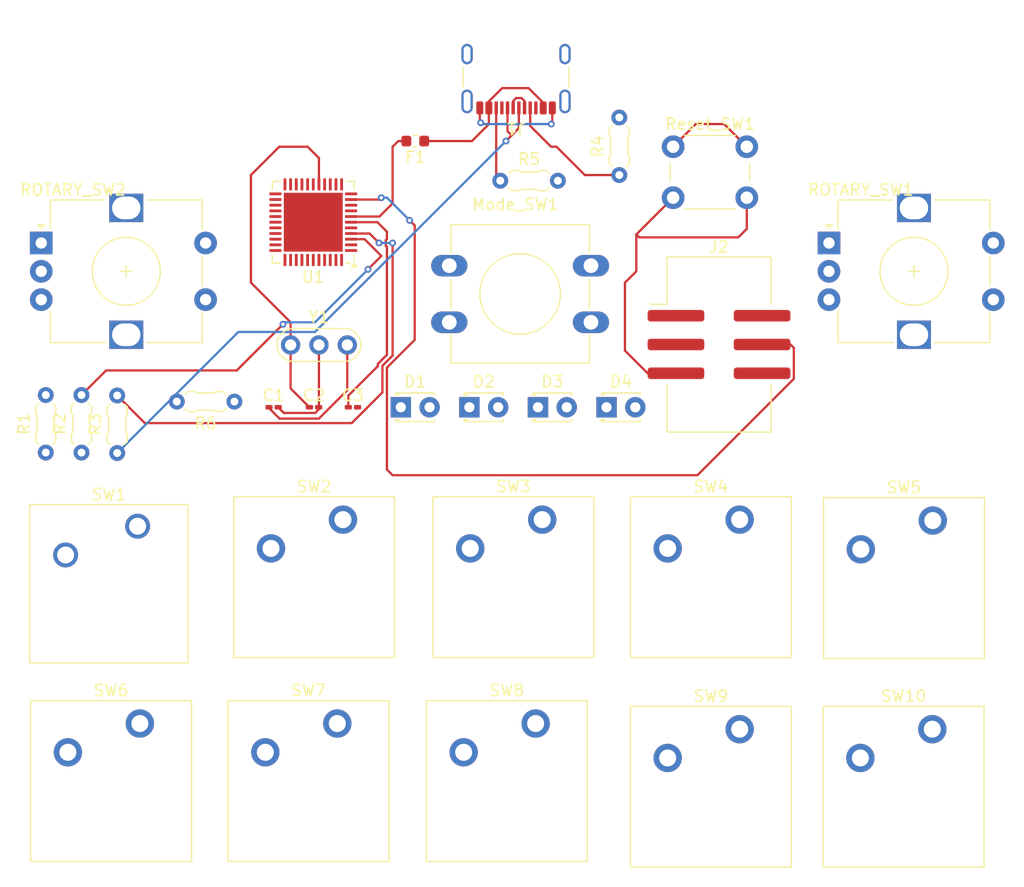
<source format=kicad_pcb>
(kicad_pcb (version 20240108) (generator "pcbnew") (generator_version "8.0")
  (layers (0 "F.Cu" signal) (31 "B.Cu" signal) (34 "B.Paste" user) (35 "F.Paste" user) (36 "B.SilkS" user "B.Silkscreen") (37 "F.SilkS" user "F.Silkscreen") (38 "B.Mask" user) (39 "F.Mask" user) (44 "Edge.Cuts" user))
  (net 0 "")
  (net 1 "Net-(U1-XTAL1)")
  (net 2 "Net-(C1-Pad2)")
  (net 3 "Net-(U1-XTAL2)")
  (net 4 "Net-(U1-UCAP)")
  (net 6 "Net-(U1-VBUS)")
  (net 7 "Net-(F1-Pad1)")
  (net 8 "Net-(J1-CC1)")
  (net 10 "Net-(J1-D--PadA7)")
  (net 12 "Net-(J1-D+-PadA6)")
  (net 13 "Net-(J1-CC2)")
  (net 14 "Net-(J1-GND-PadA1)")
  (net 16 "Net-(J2-SCK)")
  (net 18 "Net-(J2-MISO)")
  (net 20 "Net-(J2-~{RST})")
  (net 21 "Net-(J2-MOSI)")
  (net 23 "Net-(U1-D-)")
  (net 24 "Net-(U1-D+)")
  (net 27 "Net-(U1-~{HWB}{slash}PE2)")
  (net 28 "unconnected-(Reset_SW1-Pad1)")
  (net 46 "Net-(U1-VCC-Pad14)")
  (net 48 "Net-(U1-AVCC-Pad24)")
  (net 53 "Net-(U1-GND-Pad15)")
  (footprint "PCM_Resistor_THT_AKL:R_Axial_DIN0204_L3.6mm_D1.6mm_P5.08mm_Horizontal" (layer "F.Cu") (at 165.5 80.5 90)
    (property "Reference" "R4" (at 2.54 -1.92 90) (layer "F.SilkS"))
    (property "Value" "5k1" (hide yes))
    (pad "1" thru_hole circle (at 0 0 90) (size 1.4 1.4) (drill 0.7) (layers "*.Cu" "*.Mask") (net 8 "Net-(J1-CC1)"))
    (pad "2" thru_hole oval (at 5.08 0 90) (size 1.4 1.4) (drill 0.7) (layers "*.Cu" "*.Mask"))
  )
  (footprint "PCM_Switch_Keyboard_Cherry_MX:SW_Cherry_MX_PCB" (layer "F.Cu") (at 190.58 134.5)
    (property "Reference" "SW10" (at 0 -8 0) (layer "F.SilkS"))
    (property "Value" "SW_Push")
    (pad "" np_thru_hole circle (at -5.08 0) (size 1.75 1.75) (drill 1.75) (layers "*.Cu" "*.Mask"))
    (pad "" np_thru_hole circle (at 0 0) (size 4 4) (drill 4) (layers "*.Cu" "*.Mask"))
    (pad "" np_thru_hole circle (at 5.08 0) (size 1.75 1.75) (drill 1.75) (layers "*.Cu" "*.Mask"))
    (pad "1" thru_hole circle (at -3.81 -2.54) (size 2.5 2.5) (drill 1.5) (layers "*.Cu" "*.Mask"))
    (pad "2" thru_hole circle (at 2.54 -5.08) (size 2.5 2.5) (drill 1.5) (layers "*.Cu" "*.Mask"))
  )
  (footprint "LED_THT:LED_D1.8mm_W3.3mm_H2.4mm" (layer "F.Cu") (at 164.375 101)
    (property "Reference" "D4" (at 1.27 -2.26 0) (layer "F.SilkS"))
    (property "Value" "LED")
    (pad "1" thru_hole rect (at 0 0) (size 1.8 1.8) (drill 0.9) (layers "*.Cu" "*.Mask"))
    (pad "2" thru_hole circle (at 2.54 0) (size 1.8 1.8) (drill 0.9) (layers "*.Cu" "*.Mask"))
  )
  (footprint "PCM_Switch_Keyboard_Cherry_MX:SW_Cherry_MX_PCB" (layer "F.Cu") (at 120.66 134)
    (property "Reference" "SW6" (at 0 -8 0) (layer "F.SilkS"))
    (property "Value" "SW_Push")
    (pad "" np_thru_hole circle (at -5.08 0) (size 1.75 1.75) (drill 1.75) (layers "*.Cu" "*.Mask"))
    (pad "" np_thru_hole circle (at 0 0) (size 4 4) (drill 4) (layers "*.Cu" "*.Mask"))
    (pad "" np_thru_hole circle (at 5.08 0) (size 1.75 1.75) (drill 1.75) (layers "*.Cu" "*.Mask"))
    (pad "1" thru_hole circle (at -3.81 -2.54) (size 2.5 2.5) (drill 1.5) (layers "*.Cu" "*.Mask"))
    (pad "2" thru_hole circle (at 2.54 -5.08) (size 2.5 2.5) (drill 1.5) (layers "*.Cu" "*.Mask"))
  )
  (footprint "Connector_USB:USB_C_Receptacle_GCT_USB4105-xx-A_16P_TopMnt_Horizontal" (layer "F.Cu") (at 156.39 70.895 180)
    (property "Reference" "J1" (at 0 -5.5 180) (layer "F.SilkS"))
    (property "Value" "USB_C_Receptacle_USB2.0_16P")
    (pad "" np_thru_hole circle (at -2.89 -2.605 180) (size 0.65 0.65) (drill 0.65) (layers "F&B.Cu" "*.Mask"))
    (pad "" np_thru_hole circle (at 2.89 -2.605 180) (size 0.65 0.65) (drill 0.65) (layers "F&B.Cu" "*.Mask"))
    (pad "A1" smd roundrect (at -3.2 -3.68 180) (size 0.6 1.15) (layers "F.Cu" "F.Paste" "F.Mask") (net 14 "Net-(J1-GND-PadA1)"))
    (pad "A4" smd roundrect (at -2.4 -3.68 180) (size 0.6 1.15) (layers "F.Cu" "F.Paste" "F.Mask") (net 7 "Net-(F1-Pad1)"))
    (pad "A5" smd roundrect (at -1.25 -3.68 180) (size 0.3 1.15) (layers "F.Cu" "F.Paste" "F.Mask") (net 8 "Net-(J1-CC1)"))
    (pad "A6" smd roundrect (at -0.25 -3.68 180) (size 0.3 1.15) (layers "F.Cu" "F.Paste" "F.Mask") (net 12 "Net-(J1-D+-PadA6)"))
    (pad "A7" smd roundrect (at 0.25 -3.68 180) (size 0.3 1.15) (layers "F.Cu" "F.Paste" "F.Mask") (net 10 "Net-(J1-D--PadA7)"))
    (pad "A8" smd roundrect (at 1.25 -3.68 180) (size 0.3 1.15) (layers "F.Cu" "F.Paste" "F.Mask"))
    (pad "A9" smd roundrect (at 2.4 -3.68 180) (size 0.6 1.15) (layers "F.Cu" "F.Paste" "F.Mask") (net 7 "Net-(F1-Pad1)"))
    (pad "A12" smd roundrect (at 3.2 -3.68 180) (size 0.6 1.15) (layers "F.Cu" "F.Paste" "F.Mask") (net 14 "Net-(J1-GND-PadA1)"))
    (pad "B1" smd roundrect (at 3.2 -3.68 180) (size 0.6 1.15) (layers "F.Cu" "F.Paste" "F.Mask") (net 14 "Net-(J1-GND-PadA1)"))
    (pad "B4" smd roundrect (at 2.4 -3.68 180) (size 0.6 1.15) (layers "F.Cu" "F.Paste" "F.Mask") (net 7 "Net-(F1-Pad1)"))
    (pad "B5" smd roundrect (at 1.75 -3.68 180) (size 0.3 1.15) (layers "F.Cu" "F.Paste" "F.Mask") (net 13 "Net-(J1-CC2)"))
    (pad "B6" smd roundrect (at 0.75 -3.68 180) (size 0.3 1.15) (layers "F.Cu" "F.Paste" "F.Mask") (net 12 "Net-(J1-D+-PadA6)"))
    (pad "B7" smd roundrect (at -0.75 -3.68 180) (size 0.3 1.15) (layers "F.Cu" "F.Paste" "F.Mask") (net 10 "Net-(J1-D--PadA7)"))
    (pad "B8" smd roundrect (at -1.75 -3.68 180) (size 0.3 1.15) (layers "F.Cu" "F.Paste" "F.Mask"))
    (pad "B9" smd roundrect (at -2.4 -3.68 180) (size 0.6 1.15) (layers "F.Cu" "F.Paste" "F.Mask") (net 7 "Net-(F1-Pad1)"))
    (pad "B12" smd roundrect (at -3.2 -3.68 180) (size 0.6 1.15) (layers "F.Cu" "F.Paste" "F.Mask") (net 14 "Net-(J1-GND-PadA1)"))
    (pad "S1" thru_hole oval (at -4.32 -3.105 180) (size 1 2.1) (drill oval 0.6 1.7) (layers "*.Cu" "*.Mask" "F.Paste"))
    (pad "S1" thru_hole oval (at -4.32 1.075 180) (size 1 1.8) (drill oval 0.6 1.4) (layers "*.Cu" "*.Mask" "F.Paste"))
    (pad "S1" thru_hole oval (at 4.32 -3.105 180) (size 1 2.1) (drill oval 0.6 1.7) (layers "*.Cu" "*.Mask" "F.Paste"))
    (pad "S1" thru_hole oval (at 4.32 1.075 180) (size 1 1.8) (drill oval 0.6 1.4) (layers "*.Cu" "*.Mask" "F.Paste"))
  )
  (footprint "Connector_IDC:IDC-Header_2x03_P2.54mm_Vertical_SMD" (layer "F.Cu") (at 174.3 95.46)
    (property "Reference" "J2" (at 0 -8.62 0) (layer "F.SilkS"))
    (property "Value" "AVR-ISP-6")
    (pad "1" smd roundrect (at -3.8 -2.54) (size 5 1.02) (layers "F.Cu" "F.Paste" "F.Mask") (net 18 "Net-(J2-MISO)"))
    (pad "2" smd roundrect (at 3.8 -2.54) (size 5 1.02) (layers "F.Cu" "F.Paste" "F.Mask"))
    (pad "3" smd roundrect (at -3.8 0) (size 5 1.02) (layers "F.Cu" "F.Paste" "F.Mask") (net 16 "Net-(J2-SCK)"))
    (pad "4" smd roundrect (at 3.8 0) (size 5 1.02) (layers "F.Cu" "F.Paste" "F.Mask") (net 21 "Net-(J2-MOSI)"))
    (pad "5" smd roundrect (at -3.8 2.54) (size 5 1.02) (layers "F.Cu" "F.Paste" "F.Mask") (net 20 "Net-(J2-~{RST})"))
    (pad "6" smd roundrect (at 3.8 2.54) (size 5 1.02) (layers "F.Cu" "F.Paste" "F.Mask"))
  )
  (footprint "Button_Switch_THT:SW_PUSH-12mm" (layer "F.Cu") (at 150.5 88.5)
    (property "Reference" "Mode_SW1" (at 5.83 -5.41 0) (layer "F.SilkS"))
    (property "Value" "SW_Push")
    (pad "1" thru_hole oval (at 0 0) (size 3.2 1.9) (drill 1.3) (layers "*.Cu" "*.Mask"))
    (pad "1" thru_hole oval (at 12.5 0) (size 3.2 1.9) (drill 1.3) (layers "*.Cu" "*.Mask"))
    (pad "2" thru_hole oval (at 0 5) (size 3.2 1.9) (drill 1.3) (layers "*.Cu" "*.Mask"))
    (pad "2" thru_hole oval (at 12.5 5) (size 3.2 1.9) (drill 1.3) (layers "*.Cu" "*.Mask"))
  )
  (footprint "Capacitor_SMD:C_0201_0603Metric_Pad0.64x0.40mm_HandSolder" (layer "F.Cu") (at 142 101)
    (property "Reference" "C3" (at 0 -1.05 0) (layer "F.SilkS"))
    (property "Value" "1u")
    (pad "1" smd roundrect (at -0.4075 0) (size 0.635 0.4) (layers "F.Cu" "F.Mask") (net 4 "Net-(U1-UCAP)"))
    (pad "2" smd roundrect (at 0.4075 0) (size 0.635 0.4) (layers "F.Cu" "F.Mask"))
  )
  (footprint "LED_THT:LED_D1.8mm_W3.3mm_H2.4mm" (layer "F.Cu") (at 158.325 101)
    (property "Reference" "D3" (at 1.27 -2.26 0) (layer "F.SilkS"))
    (property "Value" "LED")
    (pad "1" thru_hole rect (at 0 0) (size 1.8 1.8) (drill 0.9) (layers "*.Cu" "*.Mask"))
    (pad "2" thru_hole circle (at 2.54 0) (size 1.8 1.8) (drill 0.9) (layers "*.Cu" "*.Mask"))
  )
  (footprint "PCM_Switch_Keyboard_Cherry_MX:SW_Cherry_MX_PCB" (layer "F.Cu") (at 138.08 134)
    (property "Reference" "SW7" (at 0 -8 0) (layer "F.SilkS"))
    (property "Value" "SW_Push")
    (pad "" np_thru_hole circle (at -5.08 0) (size 1.75 1.75) (drill 1.75) (layers "*.Cu" "*.Mask"))
    (pad "" np_thru_hole circle (at 0 0) (size 4 4) (drill 4) (layers "*.Cu" "*.Mask"))
    (pad "" np_thru_hole circle (at 5.08 0) (size 1.75 1.75) (drill 1.75) (layers "*.Cu" "*.Mask"))
    (pad "1" thru_hole circle (at -3.81 -2.54) (size 2.5 2.5) (drill 1.5) (layers "*.Cu" "*.Mask"))
    (pad "2" thru_hole circle (at 2.54 -5.08) (size 2.5 2.5) (drill 1.5) (layers "*.Cu" "*.Mask"))
  )
  (footprint "PCM_Resistor_THT_AKL:R_Axial_DIN0204_L3.6mm_D1.6mm_P5.08mm_Horizontal" (layer "F.Cu") (at 155 81)
    (property "Reference" "R5" (at 2.54 -1.92 360) (layer "F.SilkS"))
    (property "Value" "5k1" (hide yes))
    (pad "1" thru_hole circle (at 0 0) (size 1.4 1.4) (drill 0.7) (layers "*.Cu" "*.Mask") (net 13 "Net-(J1-CC2)"))
    (pad "2" thru_hole oval (at 5.08 0) (size 1.4 1.4) (drill 0.7) (layers "*.Cu" "*.Mask"))
  )
  (footprint "PCM_Resistor_THT_AKL:R_Axial_DIN0204_L3.6mm_D1.6mm_P5.08mm_Horizontal" (layer "F.Cu") (at 121.2 105.04 90)
    (property "Reference" "R3" (at 2.54 -1.92 90) (layer "F.SilkS"))
    (property "Value" "22" (hide yes))
    (pad "1" thru_hole circle (at 0 0 90) (size 1.4 1.4) (drill 0.7) (layers "*.Cu" "*.Mask") (net 12 "Net-(J1-D+-PadA6)"))
    (pad "2" thru_hole oval (at 5.08 0 90) (size 1.4 1.4) (drill 0.7) (layers "*.Cu" "*.Mask") (net 24 "Net-(U1-D+)"))
  )
  (footprint "PCM_Switch_Keyboard_Cherry_MX:SW_Cherry_MX_PCB" (layer "F.Cu") (at 173.58 116)
    (property "Reference" "SW4" (at 0 -8 0) (layer "F.SilkS"))
    (property "Value" "SW_Push")
    (pad "" np_thru_hole circle (at -5.08 0) (size 1.75 1.75) (drill 1.75) (layers "*.Cu" "*.Mask"))
    (pad "" np_thru_hole circle (at 0 0) (size 4 4) (drill 4) (layers "*.Cu" "*.Mask"))
    (pad "" np_thru_hole circle (at 5.08 0) (size 1.75 1.75) (drill 1.75) (layers "*.Cu" "*.Mask"))
    (pad "1" thru_hole circle (at -3.81 -2.54) (size 2.5 2.5) (drill 1.5) (layers "*.Cu" "*.Mask"))
    (pad "2" thru_hole circle (at 2.54 -5.08) (size 2.5 2.5) (drill 1.5) (layers "*.Cu" "*.Mask"))
  )
  (footprint "Button_Switch_THT:SW_PUSH_6mm" (layer "F.Cu") (at 170.25 78)
    (property "Reference" "Reset_SW1" (at 3.25 -2 0) (layer "F.SilkS"))
    (property "Value" "SW_Push")
    (pad "1" thru_hole circle (at 0 0 90) (size 2 2) (drill 1.1) (layers "*.Cu" "*.Mask") (net 28 "unconnected-(Reset_SW1-Pad1)"))
    (pad "1" thru_hole circle (at 6.5 0 90) (size 2 2) (drill 1.1) (layers "*.Cu" "*.Mask") (net 28 "unconnected-(Reset_SW1-Pad1)"))
    (pad "2" thru_hole circle (at 0 4.5 90) (size 2 2) (drill 1.1) (layers "*.Cu" "*.Mask") (net 20 "Net-(J2-~{RST})"))
    (pad "2" thru_hole circle (at 6.5 4.5 90) (size 2 2) (drill 1.1) (layers "*.Cu" "*.Mask") (net 20 "Net-(J2-~{RST})"))
  )
  (footprint "Rotary_Encoder:RotaryEncoder_Alps_EC12E-Switch_Vertical_H20mm" (layer "F.Cu") (at 114.5 86.5)
    (property "Reference" "ROTARY_SW2" (at 2.8 -4.7 0) (layer "F.SilkS"))
    (property "Value" "RotaryEncoder_Switch_MP")
    (pad "A" thru_hole rect (at 0 0) (size 2 2) (drill 1) (layers "*.Cu" "*.Mask"))
    (pad "B" thru_hole circle (at 0 5) (size 2 2) (drill 1) (layers "*.Cu" "*.Mask"))
    (pad "C" thru_hole circle (at 0 2.5) (size 2 2) (drill 1) (layers "*.Cu" "*.Mask"))
    (pad "MP" thru_hole rect (at 7.5 -3.1) (size 3 2.5) (drill oval 2.5 2) (layers "*.Cu" "*.Mask"))
    (pad "MP" thru_hole rect (at 7.5 8.1) (size 3 2.5) (drill oval 2.5 2) (layers "*.Cu" "*.Mask"))
    (pad "S1" thru_hole circle (at 14.5 0) (size 2 2) (drill 1) (layers "*.Cu" "*.Mask"))
    (pad "S2" thru_hole circle (at 14.5 5) (size 2 2) (drill 1) (layers "*.Cu" "*.Mask"))
  )
  (footprint "Package_DFN_QFN:QFN-44-1EP_7x7mm_P0.5mm_EP5.2x5.2mm" (layer "F.Cu") (at 138.5 84.6625 180)
    (property "Reference" "U1" (at 0 -4.83 360) (layer "F.SilkS"))
    (property "Value" "ATmega32U4-M")
    (pad "1" smd roundrect (at -3.3375 -2.5 180) (size 1.075 0.25) (layers "F.Cu" "F.Paste" "F.Mask"))
    (pad "2" smd roundrect (at -3.3375 -2 180) (size 1.075 0.25) (layers "F.Cu" "F.Paste" "F.Mask"))
    (pad "3" smd roundrect (at -3.3375 -1.5 180) (size 1.075 0.25) (layers "F.Cu" "F.Paste" "F.Mask") (net 23 "Net-(U1-D-)"))
    (pad "4" smd roundrect (at -3.3375 -1 180) (size 1.075 0.25) (layers "F.Cu" "F.Paste" "F.Mask") (net 24 "Net-(U1-D+)"))
    (pad "5" smd roundrect (at -3.3375 -0.5 180) (size 1.075 0.25) (layers "F.Cu" "F.Paste" "F.Mask"))
    (pad "6" smd roundrect (at -3.3375 0 180) (size 1.075 0.25) (layers "F.Cu" "F.Paste" "F.Mask") (net 4 "Net-(U1-UCAP)"))
    (pad "7" smd roundrect (at -3.3375 0.5 180) (size 1.075 0.25) (layers "F.Cu" "F.Paste" "F.Mask") (net 6 "Net-(U1-VBUS)"))
    (pad "8" smd roundrect (at -3.3375 1 180) (size 1.075 0.25) (layers "F.Cu" "F.Paste" "F.Mask"))
    (pad "9" smd roundrect (at -3.3375 1.5 180) (size 1.075 0.25) (layers "F.Cu" "F.Paste" "F.Mask") (net 16 "Net-(J2-SCK)"))
    (pad "10" smd roundrect (at -3.3375 2 180) (size 1.075 0.25) (layers "F.Cu" "F.Paste" "F.Mask") (net 21 "Net-(J2-MOSI)"))
    (pad "11" smd roundrect (at -3.3375 2.5 180) (size 1.075 0.25) (layers "F.Cu" "F.Paste" "F.Mask") (net 18 "Net-(J2-MISO)"))
    (pad "12" smd roundrect (at -2.5 3.3375 180) (size 0.25 1.075) (layers "F.Cu" "F.Paste" "F.Mask"))
    (pad "13" smd roundrect (at -2 3.3375 180) (size 0.25 1.075) (layers "F.Cu" "F.Paste" "F.Mask") (net 20 "Net-(J2-~{RST})"))
    (pad "14" smd roundrect (at -1.5 3.3375 180) (size 0.25 1.075) (layers "F.Cu" "F.Paste" "F.Mask") (net 46 "Net-(U1-VCC-Pad14)"))
    (pad "15" smd roundrect (at -1 3.3375 180) (size 0.25 1.075) (layers "F.Cu" "F.Paste" "F.Mask") (net 53 "Net-(U1-GND-Pad15)"))
    (pad "16" smd roundrect (at -0.5 3.3375 180) (size 0.25 1.075) (layers "F.Cu" "F.Paste" "F.Mask") (net 3 "Net-(U1-XTAL2)"))
    (pad "17" smd roundrect (at 0 3.3375 180) (size 0.25 1.075) (layers "F.Cu" "F.Paste" "F.Mask") (net 1 "Net-(U1-XTAL1)"))
    (pad "18" smd roundrect (at 0.5 3.3375 180) (size 0.25 1.075) (layers "F.Cu" "F.Paste" "F.Mask"))
    (pad "19" smd roundrect (at 1 3.3375 180) (size 0.25 1.075) (layers "F.Cu" "F.Paste" "F.Mask"))
    (pad "20" smd roundrect (at 1.5 3.3375 180) (size 0.25 1.075) (layers "F.Cu" "F.Paste" "F.Mask"))
    (pad "21" smd roundrect (at 2 3.3375 180) (size 0.25 1.075) (layers "F.Cu" "F.Paste" "F.Mask"))
    (pad "22" smd roundrect (at 2.5 3.3375 180) (size 0.25 1.075) (layers "F.Cu" "F.Paste" "F.Mask"))
    (pad "23" smd roundrect (at 3.3375 2.5 180) (size 1.075 0.25) (layers "F.Cu" "F.Paste" "F.Mask") (net 53 "Net-(U1-GND-Pad15)"))
    (pad "24" smd roundrect (at 3.3375 2 180) (size 1.075 0.25) (layers "F.Cu" "F.Paste" "F.Mask") (net 48 "Net-(U1-AVCC-Pad24)"))
    (pad "25" smd roundrect (at 3.3375 1.5 180) (size 1.075 0.25) (layers "F.Cu" "F.Paste" "F.Mask"))
    (pad "26" smd roundrect (at 3.3375 1 180) (size 1.075 0.25) (layers "F.Cu" "F.Paste" "F.Mask"))
    (pad "27" smd roundrect (at 3.3375 0.5 180) (size 1.075 0.25) (layers "F.Cu" "F.Paste" "F.Mask"))
    (pad "28" smd roundrect (at 3.3375 0 180) (size 1.075 0.25) (layers "F.Cu" "F.Paste" "F.Mask"))
    (pad "29" smd roundrect (at 3.3375 -0.5 180) (size 1.075 0.25) (layers "F.Cu" "F.Paste" "F.Mask"))
    (pad "30" smd roundrect (at 3.3375 -1 180) (size 1.075 0.25) (layers "F.Cu" "F.Paste" "F.Mask"))
    (pad "31" smd roundrect (at 3.3375 -1.5 180) (size 1.075 0.25) (layers "F.Cu" "F.Paste" "F.Mask"))
    (pad "32" smd roundrect (at 3.3375 -2 180) (size 1.075 0.25) (layers "F.Cu" "F.Paste" "F.Mask"))
    (pad "33" smd roundrect (at 3.3375 -2.5 180) (size 1.075 0.25) (layers "F.Cu" "F.Paste" "F.Mask") (net 27 "Net-(U1-~{HWB}{slash}PE2)"))
    (pad "34" smd roundrect (at 2.5 -3.3375 180) (size 0.25 1.075) (layers "F.Cu" "F.Paste" "F.Mask") (net 46 "Net-(U1-VCC-Pad14)"))
    (pad "35" smd roundrect (at 2 -3.3375 180) (size 0.25 1.075) (layers "F.Cu" "F.Paste" "F.Mask") (net 53 "Net-(U1-GND-Pad15)"))
    (pad "36" smd roundrect (at 1.5 -3.3375 180) (size 0.25 1.075) (layers "F.Cu" "F.Paste" "F.Mask"))
    (pad "37" smd roundrect (at 1 -3.3375 180) (size 0.25 1.075) (layers "F.Cu" "F.Paste" "F.Mask"))
    (pad "38" smd roundrect (at 0.5 -3.3375 180) (size 0.25 1.075) (layers "F.Cu" "F.Paste" "F.Mask"))
    (pad "39" smd roundrect (at 0 -3.3375 180) (size 0.25 1.075) (layers "F.Cu" "F.Paste" "F.Mask"))
    (pad "40" smd roundrect (at -0.5 -3.3375 180) (size 0.25 1.075) (layers "F.Cu" "F.Paste" "F.Mask"))
    (pad "41" smd roundrect (at -1 -3.3375 180) (size 0.25 1.075) (layers "F.Cu" "F.Paste" "F.Mask"))
    (pad "42" smd roundrect (at -1.5 -3.3375 180) (size 0.25 1.075) (layers "F.Cu" "F.Paste" "F.Mask"))
    (pad "43" smd roundrect (at -2 -3.3375 180) (size 0.25 1.075) (layers "F.Cu" "F.Paste" "F.Mask") (net 53 "Net-(U1-GND-Pad15)"))
    (pad "44" smd roundrect (at -2.5 -3.3375 180) (size 0.25 1.075) (layers "F.Cu" "F.Paste" "F.Mask") (net 48 "Net-(U1-AVCC-Pad24)"))
    (pad "45" smd rect (at 0 0 180) (size 5.2 5.2) (property pad_prop_heatsink) (layers "F.Cu" "F.Mask") (net 53 "Net-(U1-GND-Pad15)"))
  )
  (footprint "PCM_Switch_Keyboard_Cherry_MX:SW_Cherry_MX_PCB" (layer "F.Cu") (at 156.16 116)
    (property "Reference" "SW3" (at 0 -8 0) (layer "F.SilkS"))
    (property "Value" "SW_Push")
    (pad "" np_thru_hole circle (at -5.08 0) (size 1.75 1.75) (drill 1.75) (layers "*.Cu" "*.Mask"))
    (pad "" np_thru_hole circle (at 0 0) (size 4 4) (drill 4) (layers "*.Cu" "*.Mask"))
    (pad "" np_thru_hole circle (at 5.08 0) (size 1.75 1.75) (drill 1.75) (layers "*.Cu" "*.Mask"))
    (pad "1" thru_hole circle (at -3.81 -2.54) (size 2.5 2.5) (drill 1.5) (layers "*.Cu" "*.Mask"))
    (pad "2" thru_hole circle (at 2.54 -5.08) (size 2.5 2.5) (drill 1.5) (layers "*.Cu" "*.Mask"))
  )
  (footprint "LED_THT:LED_D1.8mm_W3.3mm_H2.4mm" (layer "F.Cu") (at 152.275 101)
    (property "Reference" "D2" (at 1.27 -2.26 0) (layer "F.SilkS"))
    (property "Value" "LED")
    (pad "1" thru_hole rect (at 0 0) (size 1.8 1.8) (drill 0.9) (layers "*.Cu" "*.Mask"))
    (pad "2" thru_hole circle (at 2.54 0) (size 1.8 1.8) (drill 0.9) (layers "*.Cu" "*.Mask"))
  )
  (footprint "PCM_Resistor_THT_AKL:R_Axial_DIN0204_L3.6mm_D1.6mm_P5.08mm_Horizontal" (layer "F.Cu") (at 131.54 100.5 180)
    (property "Reference" "R6" (at 2.54 -1.92 360) (layer "F.SilkS"))
    (property "Value" "10k" (hide yes))
    (pad "1" thru_hole circle (at 0 0 180) (size 1.4 1.4) (drill 0.7) (layers "*.Cu" "*.Mask") (net 27 "Net-(U1-~{HWB}{slash}PE2)"))
    (pad "2" thru_hole oval (at 5.08 0 180) (size 1.4 1.4) (drill 0.7) (layers "*.Cu" "*.Mask"))
  )
  (footprint "Button_Switch_Keyboard:SW_Cherry_MX_1.00u_Plate" (layer "F.Cu") (at 123 111.5)
    (property "Reference" "SW1" (at -2.54 -2.794 0) (layer "F.SilkS"))
    (property "Value" "SW_Push")
    (pad "" np_thru_hole circle (at -2.54 5.08) (size 4 4) (drill 4) (layers "*.Cu" "*.Mask"))
    (pad "1" thru_hole circle (at 0 0) (size 2.2 2.2) (drill 1.5) (layers "*.Cu" "*.Mask"))
    (pad "2" thru_hole circle (at -6.35 2.54) (size 2.2 2.2) (drill 1.5) (layers "*.Cu" "*.Mask"))
  )
  (footprint "LED_THT:LED_D1.8mm_W3.3mm_H2.4mm" (layer "F.Cu") (at 146.225 101)
    (property "Reference" "D1" (at 1.27 -2.26 0) (layer "F.SilkS"))
    (property "Value" "LED")
    (pad "1" thru_hole rect (at 0 0) (size 1.8 1.8) (drill 0.9) (layers "*.Cu" "*.Mask"))
    (pad "2" thru_hole circle (at 2.54 0) (size 1.8 1.8) (drill 0.9) (layers "*.Cu" "*.Mask"))
  )
  (footprint "PCM_Resistor_THT_AKL:R_Axial_DIN0204_L3.6mm_D1.6mm_P5.08mm_Horizontal" (layer "F.Cu") (at 114.9 105 90)
    (property "Reference" "R1" (at 2.54 -1.92 90) (layer "F.SilkS"))
    (property "Value" "10k" (hide yes))
    (pad "1" thru_hole circle (at 0 0 90) (size 1.4 1.4) (drill 0.7) (layers "*.Cu" "*.Mask"))
    (pad "2" thru_hole oval (at 5.08 0 90) (size 1.4 1.4) (drill 0.7) (layers "*.Cu" "*.Mask") (net 20 "Net-(J2-~{RST})"))
  )
  (footprint "PCM_Switch_Keyboard_Cherry_MX:SW_Cherry_MX_PCB" (layer "F.Cu") (at 138.58 116)
    (property "Reference" "SW2" (at 0 -8 0) (layer "F.SilkS"))
    (property "Value" "SW_Push")
    (pad "" np_thru_hole circle (at -5.08 0) (size 1.75 1.75) (drill 1.75) (layers "*.Cu" "*.Mask"))
    (pad "" np_thru_hole circle (at 0 0) (size 4 4) (drill 4) (layers "*.Cu" "*.Mask"))
    (pad "" np_thru_hole circle (at 5.08 0) (size 1.75 1.75) (drill 1.75) (layers "*.Cu" "*.Mask"))
    (pad "1" thru_hole circle (at -3.81 -2.54) (size 2.5 2.5) (drill 1.5) (layers "*.Cu" "*.Mask"))
    (pad "2" thru_hole circle (at 2.54 -5.08) (size 2.5 2.5) (drill 1.5) (layers "*.Cu" "*.Mask"))
  )
  (footprint "Capacitor_SMD:C_0201_0603Metric_Pad0.64x0.40mm_HandSolder" (layer "F.Cu") (at 138.5675 101)
    (property "Reference" "C2" (at 0 -1.05 0) (layer "F.SilkS"))
    (property "Value" "22p")
    (pad "1" smd roundrect (at -0.4075 0) (size 0.635 0.4) (layers "F.Cu" "F.Mask") (net 3 "Net-(U1-XTAL2)"))
    (pad "2" smd roundrect (at 0.4075 0) (size 0.635 0.4) (layers "F.Cu" "F.Mask") (net 2 "Net-(C1-Pad2)"))
  )
  (footprint "PCM_Switch_Keyboard_Cherry_MX:SW_Cherry_MX_PCB" (layer "F.Cu") (at 155.58 134)
    (property "Reference" "SW8" (at 0 -8 0) (layer "F.SilkS"))
    (property "Value" "SW_Push")
    (pad "" np_thru_hole circle (at -5.08 0) (size 1.75 1.75) (drill 1.75) (layers "*.Cu" "*.Mask"))
    (pad "" np_thru_hole circle (at 0 0) (size 4 4) (drill 4) (layers "*.Cu" "*.Mask"))
    (pad "" np_thru_hole circle (at 5.08 0) (size 1.75 1.75) (drill 1.75) (layers "*.Cu" "*.Mask"))
    (pad "1" thru_hole circle (at -3.81 -2.54) (size 2.5 2.5) (drill 1.5) (layers "*.Cu" "*.Mask"))
    (pad "2" thru_hole circle (at 2.54 -5.08) (size 2.5 2.5) (drill 1.5) (layers "*.Cu" "*.Mask"))
  )
  (footprint "Rotary_Encoder:RotaryEncoder_Alps_EC12E-Switch_Vertical_H20mm" (layer "F.Cu") (at 184 86.5)
    (property "Reference" "ROTARY_SW1" (at 2.8 -4.7 0) (layer "F.SilkS"))
    (property "Value" "RotaryEncoder_Switch_MP")
    (pad "A" thru_hole rect (at 0 0) (size 2 2) (drill 1) (layers "*.Cu" "*.Mask"))
    (pad "B" thru_hole circle (at 0 5) (size 2 2) (drill 1) (layers "*.Cu" "*.Mask"))
    (pad "C" thru_hole circle (at 0 2.5) (size 2 2) (drill 1) (layers "*.Cu" "*.Mask"))
    (pad "MP" thru_hole rect (at 7.5 -3.1) (size 3 2.5) (drill oval 2.5 2) (layers "*.Cu" "*.Mask"))
    (pad "MP" thru_hole rect (at 7.5 8.1) (size 3 2.5) (drill oval 2.5 2) (layers "*.Cu" "*.Mask"))
    (pad "S1" thru_hole circle (at 14.5 0) (size 2 2) (drill 1) (layers "*.Cu" "*.Mask"))
    (pad "S2" thru_hole circle (at 14.5 5) (size 2 2) (drill 1) (layers "*.Cu" "*.Mask"))
  )
  (footprint "PCM_Switch_Keyboard_Cherry_MX:SW_Cherry_MX_PCB" (layer "F.Cu") (at 173.58 134.5)
    (property "Reference" "SW9" (at 0 -8 0) (layer "F.SilkS"))
    (property "Value" "SW_Push")
    (pad "" np_thru_hole circle (at -5.08 0) (size 1.75 1.75) (drill 1.75) (layers "*.Cu" "*.Mask"))
    (pad "" np_thru_hole circle (at 0 0) (size 4 4) (drill 4) (layers "*.Cu" "*.Mask"))
    (pad "" np_thru_hole circle (at 5.08 0) (size 1.75 1.75) (drill 1.75) (layers "*.Cu" "*.Mask"))
    (pad "1" thru_hole circle (at -3.81 -2.54) (size 2.5 2.5) (drill 1.5) (layers "*.Cu" "*.Mask"))
    (pad "2" thru_hole circle (at 2.54 -5.08) (size 2.5 2.5) (drill 1.5) (layers "*.Cu" "*.Mask"))
  )
  (footprint "Fuse:Fuse_0603_1608Metric" (layer "F.Cu") (at 147.5 77.5 180)
    (property "Reference" "F1" (at 0 -1.43 360) (layer "F.SilkS"))
    (property "Value" "500mA")
    (pad "1" smd roundrect (at -0.7875 0 180) (size 0.875 0.95) (layers "F.Cu" "F.Paste" "F.Mask") (net 7 "Net-(F1-Pad1)"))
    (pad "2" smd roundrect (at 0.7875 0 180) (size 0.875 0.95) (layers "F.Cu" "F.Paste" "F.Mask") (net 6 "Net-(U1-VBUS)"))
  )
  (footprint "PCM_Resistor_THT_AKL:R_Axial_DIN0204_L3.6mm_D1.6mm_P5.08mm_Horizontal" (layer "F.Cu") (at 118.05 105 90)
    (property "Reference" "R2" (at 2.54 -1.92 90) (layer "F.SilkS"))
    (property "Value" "22" (hide yes))
    (pad "1" thru_hole circle (at 0 0 90) (size 1.4 1.4) (drill 0.7) (layers "*.Cu" "*.Mask") (net 10 "Net-(J1-D--PadA7)"))
    (pad "2" thru_hole oval (at 5.08 0 90) (size 1.4 1.4) (drill 0.7) (layers "*.Cu" "*.Mask") (net 23 "Net-(U1-D-)"))
  )
  (footprint "Crystal:Resonator-3Pin_W7.0mm_H2.5mm" (layer "F.Cu") (at 136.5 95.5)
    (property "Reference" "Y1" (at 2.5 -2.45 0) (layer "F.SilkS"))
    (property "Value" "Crystal_GND2")
    (pad "1" thru_hole circle (at 0 0) (size 1.7 1.7) (drill 1) (layers "*.Cu" "*.Mask") (net 3 "Net-(U1-XTAL2)"))
    (pad "2" thru_hole circle (at 2.5 0) (size 1.7 1.7) (drill 1) (layers "*.Cu" "*.Mask") (net 2 "Net-(C1-Pad2)"))
    (pad "3" thru_hole circle (at 5 0) (size 1.7 1.7) (drill 1) (layers "*.Cu" "*.Mask") (net 1 "Net-(U1-XTAL1)"))
  )
  (footprint "PCM_Switch_Keyboard_Cherry_MX:SW_Cherry_MX_PCB" (layer "F.Cu") (at 190.62 116.08)
    (property "Reference" "SW5" (at 0 -8 0) (layer "F.SilkS"))
    (property "Value" "SW_Push")
    (pad "" np_thru_hole circle (at -5.08 0) (size 1.75 1.75) (drill 1.75) (layers "*.Cu" "*.Mask"))
    (pad "" np_thru_hole circle (at 0 0) (size 4 4) (drill 4) (layers "*.Cu" "*.Mask"))
    (pad "" np_thru_hole circle (at 5.08 0) (size 1.75 1.75) (drill 1.75) (layers "*.Cu" "*.Mask"))
    (pad "1" thru_hole circle (at -3.81 -2.54) (size 2.5 2.5) (drill 1.5) (layers "*.Cu" "*.Mask"))
    (pad "2" thru_hole circle (at 2.54 -5.08) (size 2.5 2.5) (drill 1.5) (layers "*.Cu" "*.Mask"))
  )
  (footprint "Capacitor_SMD:C_0201_0603Metric_Pad0.64x0.40mm_HandSolder" (layer "F.Cu") (at 135 101)
    (property "Reference" "C1" (at 0 -1.05 0) (layer "F.SilkS"))
    (property "Value" "22p")
    (pad "1" smd roundrect (at -0.4075 0) (size 0.635 0.4) (layers "F.Cu" "F.Mask") (net 1 "Net-(U1-XTAL1)"))
    (pad "2" smd roundrect (at 0.4075 0) (size 0.635 0.4) (layers "F.Cu" "F.Mask") (net 2 "Net-(C1-Pad2)"))
  )
  (segment (start 141.5 99.5) (end 141.5 95.5) (width 0.2) (layer "F.Cu") (net 1))
  (segment (start 139 102) (end 141.5 99.5) (width 0.2) (layer "F.Cu") (net 1))
  (segment (start 135.521544 102) (end 139 102) (width 0.2) (layer "F.Cu") (net 1))
  (segment (start 134.5925 101) (end 134.5925 101.070956) (width 0.2) (layer "F.Cu") (net 1))
  (segment (start 134.5925 101.070956) (end 135.521544 102) (width 0.2) (layer "F.Cu") (net 1))
  (segment (start 135.4075 101) (end 135.9075 101.5) (width 0.2) (layer "F.Cu") (net 2))
  (segment (start 138.674999 101.5) (end 138.975 101.199999) (width 0.2) (layer "F.Cu") (net 2))
  (segment (start 135.9075 101.5) (end 138.674999 101.5) (width 0.2) (layer "F.Cu") (net 2))
  (segment (start 139 100.975) (end 138.975 101) (width 0.2) (layer "F.Cu") (net 2))
  (segment (start 138.975 101.199999) (end 138.975 101) (width 0.2) (layer "F.Cu") (net 2))
  (segment (start 139 95.5) (end 139 100.975) (width 0.2) (layer "F.Cu") (net 2))
  (segment (start 136.5 99.34) (end 136.5 95.5) (width 0.2) (layer "F.Cu") (net 3))
  (segment (start 136.5 95.5) (end 136.5 93.5) (width 0.2) (layer "F.Cu") (net 3))
  (segment (start 135.5 78) (end 138 78) (width 0.2) (layer "F.Cu") (net 3))
  (segment (start 133 90) (end 133 80.5) (width 0.2) (layer "F.Cu") (net 3))
  (segment (start 138 78) (end 139 79) (width 0.2) (layer "F.Cu") (net 3))
  (segment (start 133 80.5) (end 135.5 78) (width 0.2) (layer "F.Cu") (net 3))
  (segment (start 138.16 101) (end 136.5 99.34) (width 0.2) (layer "F.Cu") (net 3))
  (segment (start 139 79) (end 139 81.325) (width 0.2) (layer "F.Cu") (net 3))
  (segment (start 136.5 93.5) (end 133 90) (width 0.2) (layer "F.Cu") (net 3))
  (segment (start 141.5925 99.973186) (end 144.2 97.365686) (width 0.2) (layer "F.Cu") (net 4))
  (segment (start 144.9 86.251471) (end 145 86.151471) (width 0.2) (layer "F.Cu") (net 4))
  (segment (start 144.2 97.168628) (end 145 96.368628) (width 0.2) (layer "F.Cu") (net 4))
  (segment (start 145 86.151471) (end 145 85.5) (width 0.2) (layer "F.Cu") (net 4))
  (segment (start 144.2 97.365686) (end 144.2 97.168628) (width 0.2) (layer "F.Cu") (net 4))
  (segment (start 144.1625 84.6625) (end 141.8375 84.6625) (width 0.2) (layer "F.Cu") (net 4))
  (segment (start 145 96.368628) (end 145 86.848529) (width 0.2) (layer "F.Cu") (net 4))
  (segment (start 145 86.848529) (end 144.9 86.748529) (width 0.2) (layer "F.Cu") (net 4))
  (segment (start 141.5925 101) (end 141.5925 99.973186) (width 0.2) (layer "F.Cu") (net 4))
  (segment (start 145 85.5) (end 144.1625 84.6625) (width 0.2) (layer "F.Cu") (net 4))
  (segment (start 144.9 86.748529) (end 144.9 86.251471) (width 0.2) (layer "F.Cu") (net 4))
  (segment (start 146.7125 77.5) (end 146 77.5) (width 0.2) (layer "F.Cu") (net 6))
  (segment (start 145.5 78) (end 145.5 83) (width 0.2) (layer "F.Cu") (net 6))
  (segment (start 145.5 83) (end 144.3375 84.1625) (width 0.2) (layer "F.Cu") (net 6))
  (segment (start 146 77.5) (end 145.5 78) (width 0.2) (layer "F.Cu") (net 6))
  (segment (start 144.3375 84.1625) (end 141.8375 84.1625) (width 0.2) (layer "F.Cu") (net 6))
  (segment (start 152.5 77.5) (end 148.2875 77.5) (width 0.2) (layer "F.Cu") (net 7))
  (segment (start 155.165001 72.825) (end 153.99 74.000001) (width 0.2) (layer "F.Cu") (net 7))
  (segment (start 158.79 74.575) (end 158.79 74.11759) (width 0.2) (layer "F.Cu") (net 7))
  (segment (start 153.99 76.01) (end 152.5 77.5) (width 0.2) (layer "F.Cu") (net 7))
  (segment (start 153.99 74.000001) (end 153.99 74.575) (width 0.2) (layer "F.Cu") (net 7))
  (segment (start 157.49741 72.825) (end 155.165001 72.825) (width 0.2) (layer "F.Cu") (net 7))
  (segment (start 158.79 74.11759) (end 157.49741 72.825) (width 0.2) (layer "F.Cu") (net 7))
  (segment (start 153.99 74.575) (end 153.99 76.01) (width 0.2) (layer "F.Cu") (net 7))
  (segment (start 162.46 80.5) (end 165.5 80.5) (width 0.2) (layer "F.Cu") (net 8))
  (segment (start 157.64 76.16) (end 159.48 78) (width 0.2) (layer "F.Cu") (net 8))
  (segment (start 157.64 74.575) (end 157.64 76.16) (width 0.2) (layer "F.Cu") (net 8))
  (segment (start 159.48 78) (end 159.96 78) (width 0.2) (layer "F.Cu") (net 8))
  (segment (start 159.96 78) (end 162.46 80.5) (width 0.2) (layer "F.Cu") (net 8))
  (segment (start 156.14 73.96759) (end 156.40759 73.7) (width 0.2) (layer "F.Cu") (net 10))
  (segment (start 156.14 74.575) (end 156.14 73.96759) (width 0.2) (layer "F.Cu") (net 10))
  (segment (start 156.87241 73.7) (end 157.14 73.96759) (width 0.2) (layer "F.Cu") (net 10))
  (segment (start 156.40759 73.7) (end 156.87241 73.7) (width 0.2) (layer "F.Cu") (net 10))
  (segment (start 157.14 73.96759) (end 157.14 74.575) (width 0.2) (layer "F.Cu") (net 10))
  (segment (start 156.64 76.36) (end 156.64 74.575) (width 0.2) (layer "F.Cu") (net 12))
  (segment (start 156 77) (end 156.64 76.36) (width 0.2) (layer "F.Cu") (net 12))
  (segment (start 155.64 76.64) (end 156 77) (width 0.2) (layer "F.Cu") (net 12))
  (segment (start 155.64 74.575) (end 155.64 76.64) (width 0.2) (layer "F.Cu") (net 12))
  (segment (start 156 77) (end 155.5 77.5) (width 0.2) (layer "F.Cu") (net 12))
  (via (at 155.5 77.5) (size 0.6) (drill 0.3) (layers "F.Cu" "B.Cu") (net 12))
  (segment (start 155.5 77.5) (end 138.65 94.35) (width 0.2) (layer "B.Cu") (net 12))
  (segment (start 138.65 94.35) (end 131.89 94.35) (width 0.2) (layer "B.Cu") (net 12))
  (segment (start 131.89 94.35) (end 121.2 105.04) (width 0.2) (layer "B.Cu") (net 12))
  (segment (start 154.64 80.64) (end 155 81) (width 0.2) (layer "F.Cu") (net 13))
  (segment (start 154.64 74.575) (end 154.64 80.64) (width 0.2) (layer "F.Cu") (net 13))
  (segment (start 159.59 75.91) (end 159.5 76) (width 0.2) (layer "F.Cu") (net 14))
  (segment (start 153.270735 75.880735) (end 153.19 75.8) (width 0.2) (layer "F.Cu") (net 14))
  (segment (start 153.19 75.8) (end 153.19 74.575) (width 0.2) (layer "F.Cu") (net 14))
  (segment (start 159.59 74.575) (end 159.59 75.91) (width 0.2) (layer "F.Cu") (net 14))
  (via (at 153.270735 75.880735) (size 0.6) (drill 0.3) (layers "F.Cu" "B.Cu") (net 14))
  (via (at 159.5 76) (size 0.6) (drill 0.3) (layers "F.Cu" "B.Cu") (net 14))
  (segment (start 153.39 76) (end 159.5 76) (width 0.2) (layer "B.Cu") (net 14))
  (segment (start 153.270735 75.880735) (end 153.39 76) (width 0.2) (layer "B.Cu") (net 14))
  (segment (start 176.75 85.25) (end 176 86) (width 0.2) (layer "F.Cu") (net 20))
  (segment (start 167.000001 85.749999) (end 167.000001 88.999999) (width 0.2) (layer "F.Cu") (net 20))
  (segment (start 166 90) (end 166 95.999999) (width 0.2) (layer "F.Cu") (net 20))
  (segment (start 176.75 82.5) (end 176.75 85.25) (width 0.2) (layer "F.Cu") (net 20))
  (segment (start 166 95.999999) (end 168.000001 98) (width 0.2) (layer "F.Cu") (net 20))
  (segment (start 168.000001 98) (end 170.5 98) (width 0.2) (layer "F.Cu") (net 20))
  (segment (start 167.000001 88.999999) (end 166 90) (width 0.2) (layer "F.Cu") (net 20))
  (segment (start 167.250002 86) (end 167.000001 85.749999) (width 0.2) (layer "F.Cu") (net 20))
  (segment (start 170.25 82.5) (end 167.000001 85.749999) (width 0.2) (layer "F.Cu") (net 20))
  (segment (start 176 86) (end 167.250002 86) (width 0.2) (layer "F.Cu") (net 20))
  (segment (start 145 106.5) (end 145 97.5) (width 0.2) (layer "F.Cu") (net 21))
  (segment (start 145 97.5) (end 147 95.5) (width 0.2) (layer "F.Cu") (net 21))
  (segment (start 147.45 95.05) (end 147.45 84.95) (width 0.2) (layer "F.Cu") (net 21))
  (segment (start 178.1 95.46) (end 180.599999 95.46) (width 0.2) (layer "F.Cu") (net 21))
  (segment (start 180.9 98.491954) (end 172.391954 107) (width 0.2) (layer "F.Cu") (net 21))
  (segment (start 172.391954 107) (end 145.5 107) (width 0.2) (layer "F.Cu") (net 21))
  (segment (start 144.3375 82.6625) (end 141.8375 82.6625) (width 0.2) (layer "F.Cu") (net 21))
  (segment (start 147.45 84.95) (end 147 84.5) (width 0.2) (layer "F.Cu") (net 21))
  (segment (start 147 95.5) (end 147.45 95.05) (width 0.2) (layer "F.Cu") (net 21))
  (segment (start 144.5 82.5) (end 144.3375 82.6625) (width 0.2) (layer "F.Cu") (net 21))
  (segment (start 180.9 95.760001) (end 180.9 98.491954) (width 0.2) (layer "F.Cu") (net 21))
  (segment (start 180.599999 95.46) (end 180.9 95.760001) (width 0.2) (layer "F.Cu") (net 21))
  (segment (start 145.5 107) (end 145 106.5) (width 0.2) (layer "F.Cu") (net 21))
  (via (at 144.5 82.5) (size 0.6) (drill 0.3) (layers "F.Cu" "B.Cu") (net 21))
  (via (at 147 84.5) (size 0.6) (drill 0.3) (layers "F.Cu" "B.Cu") (net 21))
  (segment (start 147 84.5) (end 145 82.5) (width 0.2) (layer "B.Cu") (net 21))
  (segment (start 145 82.5) (end 144.5 82.5) (width 0.2) (layer "B.Cu") (net 21))
  (segment (start 144.5 87.65147) (end 144.5 87.636557) (width 0.2) (layer "F.Cu") (net 23))
  (segment (start 144.5 87.636557) (end 143.025943 86.1625) (width 0.2) (layer "F.Cu") (net 23))
  (segment (start 143.325735 88.825735) (end 144.5 87.65147) (width 0.2) (layer "F.Cu") (net 23))
  (segment (start 131.75 97.75) (end 135.825735 93.674265) (width 0.2) (layer "F.Cu") (net 23))
  (segment (start 118.05 99.92) (end 120.22 97.75) (width 0.2) (layer "F.Cu") (net 23))
  (segment (start 120.22 97.75) (end 131.75 97.75) (width 0.2) (layer "F.Cu") (net 23))
  (segment (start 143.025943 86.1625) (end 141.8375 86.1625) (width 0.2) (layer "F.Cu") (net 23))
  (via (at 143.325735 88.825735) (size 0.6) (drill 0.3) (layers "F.Cu" "B.Cu") (net 23))
  (via (at 135.825735 93.674265) (size 0.6) (drill 0.3) (layers "F.Cu" "B.Cu") (net 23))
  (segment (start 138.65147 93.5) (end 143.325735 88.825735) (width 0.2) (layer "B.Cu") (net 23))
  (segment (start 136 93.5) (end 138.65147 93.5) (width 0.2) (layer "B.Cu") (net 23))
  (segment (start 135.825735 93.674265) (end 136 93.5) (width 0.2) (layer "B.Cu") (net 23))
  (segment (start 144.6 97.334314) (end 144.6 99.693456) (width 0.2) (layer "F.Cu") (net 24))
  (segment (start 141.893456 102.4) (end 123.64 102.4) (width 0.2) (layer "F.Cu") (net 24))
  (segment (start 143.471112 85.6625) (end 141.8375 85.6625) (width 0.2) (layer "F.Cu") (net 24))
  (segment (start 144.3 86.491388) (end 143.471112 85.6625) (width 0.2) (layer "F.Cu") (net 24))
  (segment (start 145.5 96.434314) (end 144.6 97.334314) (width 0.2) (layer "F.Cu") (net 24))
  (segment (start 144.6 99.693456) (end 141.893456 102.4) (width 0.2) (layer "F.Cu") (net 24))
  (segment (start 145.5 86.5) (end 145.5 96.434314) (width 0.2) (layer "F.Cu") (net 24))
  (segment (start 123.64 102.4) (end 121.2 99.96) (width 0.2) (layer "F.Cu") (net 24))
  (via (at 144.3 86.491388) (size 0.6) (drill 0.3) (layers "F.Cu" "B.Cu") (net 24))
  (via (at 145.5 86.5) (size 0.6) (drill 0.3) (layers "F.Cu" "B.Cu") (net 24))
  (segment (start 144.308612 86.5) (end 145.5 86.5) (width 0.2) (layer "B.Cu") (net 24))
  (segment (start 144.3 86.491388) (end 144.308612 86.5) (width 0.2) (layer "B.Cu") (net 24))
  (segment (start 174.75 76) (end 172.25 76) (width 0.2) (layer "F.Cu") (net 28))
  (segment (start 176.75 78) (end 174.75 76) (width 0.2) (layer "F.Cu") (net 28))
  (segment (start 172.25 76) (end 170.25 78) (width 0.2) (layer "F.Cu") (net 28))
)
</source>
